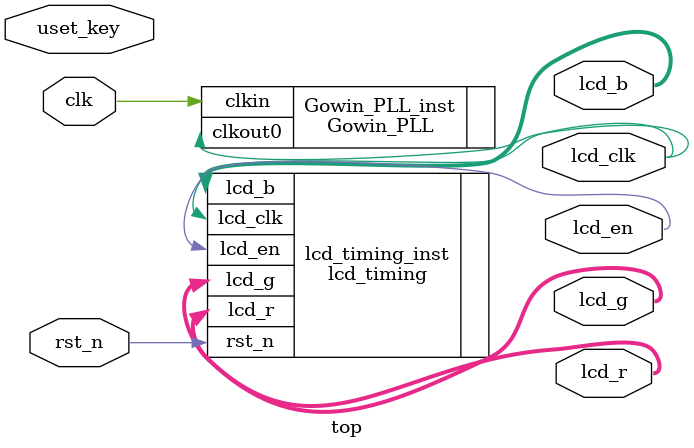
<source format=v>
module top(
	input			rst_n,
    input           uset_key,
    input           clk,

	output			lcd_clk,
	output			lcd_en,
	output	[5:0]   lcd_r,
	output	[5:0]   lcd_b,
	output	[5:0]   lcd_g
);

    Gowin_PLL Gowin_PLL_inst(
        .clkout0(lcd_clk), //10M
        .clkin(clk)        //50M
    );

	lcd_timing	lcd_timing_inst(
		.lcd_clk	(	lcd_clk		 ),
		.rst_n		(	rst_n        ),

		.lcd_en		(	lcd_en	 	 ),

		.lcd_r		(	lcd_r		 ),
		.lcd_b		(	lcd_b		 ),
		.lcd_g		(	lcd_g		 )
	);

endmodule
</source>
